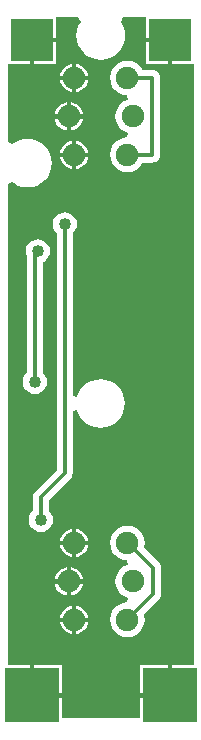
<source format=gbl>
%FSDAX24Y24*%
%MOIN*%
%SFA1B1*%

%IPPOS*%
%ADD10C,0.040000*%
%ADD14C,0.012000*%
%ADD15R,0.140000X0.140000*%
%ADD16R,0.180000X0.180000*%
%ADD17C,0.075000*%
%LNpokey-switch-board-1*%
%LPD*%
G36*
X015000Y033125D02*
X015800D01*
Y033050*
X015875*
Y032250*
X016600*
Y012200*
X015875*
Y011200*
X015800*
Y011125*
X014800*
Y010450*
X012200*
Y011125*
X011200*
Y011200*
X011125*
Y012200*
X010400*
Y028244*
X010550Y028314*
X010609Y028266*
X010750Y028191*
X010902Y028145*
X011060Y028129*
X011218Y028145*
X011370Y028191*
X011511Y028266*
X011633Y028367*
X011734Y028489*
X011809Y028630*
X011855Y028782*
X011871Y028940*
X011855Y029098*
X011809Y029250*
X011734Y029391*
X011633Y029513*
X011511Y029614*
X011370Y029689*
X011218Y029735*
X011060Y029751*
X010902Y029735*
X010750Y029689*
X010609Y029614*
X010550Y029566*
X010400Y029636*
Y032250*
X011125*
Y033050*
X011200*
Y033125*
X012000*
Y033800*
X012754*
X012826Y033651*
X012751Y033510*
X012705Y033358*
X012689Y033200*
X012705Y033042*
X012751Y032890*
X012826Y032749*
X012927Y032627*
X013049Y032526*
X013190Y032451*
X013342Y032405*
X013500Y032389*
X013658Y032405*
X013810Y032451*
X013951Y032526*
X014073Y032627*
X014174Y032749*
X014249Y032890*
X014295Y033042*
X014311Y033200*
X014295Y033358*
X014249Y033510*
X014174Y033651*
X014246Y033800*
X015000*
Y033125*
G37*
%LNpokey-switch-board-2*%
%LPC*%
G36*
X012512Y015469D02*
Y015075D01*
X012906*
X012900Y015124*
X012852Y015239*
X012776Y015338*
X012676Y015414*
X012561Y015462*
X012512Y015469*
G37*
G36*
X012539Y016205D02*
X012145D01*
X012151Y016156*
X012199Y016040*
X012275Y015941*
X012374Y015865*
X012490Y015817*
X012539Y015811*
Y016205*
G37*
G36*
X012906Y014925D02*
X012512D01*
Y014530*
X012561Y014537*
X012676Y014585*
X012776Y014661*
X012852Y014760*
X012900Y014876*
X012906Y014925*
G37*
G36*
X012362Y015469D02*
X012313Y015462D01*
X012197Y015414*
X012098Y015338*
X012022Y015239*
X011974Y015124*
X011968Y015075*
X012362*
Y015469*
G37*
G36*
X012689Y016749D02*
Y016355D01*
X013083*
X013077Y016404*
X013029Y016520*
X012953Y016619*
X012854Y016695*
X012738Y016743*
X012689Y016749*
G37*
G36*
X012300Y027303D02*
X012196Y027290D01*
X012098Y027249*
X012015Y027185*
X011951Y027102*
X011910Y027004*
X011897Y026900*
X011910Y026796*
X011951Y026698*
X012015Y026615*
X012038Y026597*
Y018709*
X011315Y017985*
X011273Y017931*
X011247Y017868*
X011238Y017800*
Y017353*
X011215Y017335*
X011151Y017252*
X011110Y017154*
X011097Y017050*
X011110Y016946*
X011151Y016848*
X011215Y016765*
X011298Y016701*
X011396Y016660*
X011500Y016647*
X011604Y016660*
X011702Y016701*
X011785Y016765*
X011849Y016848*
X011890Y016946*
X011903Y017050*
X011890Y017154*
X011849Y017252*
X011785Y017335*
X011762Y017353*
Y017691*
X012485Y018415*
X012527Y018469*
X012553Y018532*
X012562Y018600*
Y020691*
X012712Y020714*
X012741Y020620*
X012816Y020479*
X012917Y020357*
X013039Y020256*
X013180Y020181*
X013332Y020135*
X013490Y020119*
X013648Y020135*
X013800Y020181*
X013941Y020256*
X014063Y020357*
X014164Y020479*
X014239Y020620*
X014285Y020772*
X014301Y020930*
X014285Y021088*
X014239Y021240*
X014164Y021381*
X014063Y021503*
X013941Y021604*
X013800Y021679*
X013648Y021725*
X013490Y021741*
X013332Y021725*
X013180Y021679*
X013039Y021604*
X012917Y021503*
X012816Y021381*
X012741Y021240*
X012712Y021146*
X012562Y021169*
Y026597*
X012585Y026615*
X012649Y026698*
X012690Y026796*
X012703Y026900*
X012690Y027004*
X012649Y027102*
X012585Y027185*
X012502Y027249*
X012404Y027290*
X012300Y027303*
G37*
G36*
X013083Y016205D02*
X012689D01*
Y015811*
X012738Y015817*
X012854Y015865*
X012953Y015941*
X013029Y016040*
X013077Y016156*
X013083Y016205*
G37*
G36*
X012539Y016749D02*
X012490Y016743D01*
X012374Y016695*
X012275Y016619*
X012199Y016520*
X012151Y016404*
X012145Y016355*
X012539*
Y016749*
G37*
G36*
X014384Y016860D02*
X014234Y016840D01*
X014094Y016782*
X013974Y016690*
X013882Y016570*
X013824Y016430*
X013804Y016280*
X013824Y016130*
X013882Y015990*
X013974Y015870*
X014094Y015778*
X014234Y015720*
X014384Y015700*
X014413Y015560*
X014273Y015502*
X014153Y015410*
X014061Y015290*
X014003Y015150*
X013983Y015000*
X014003Y014849*
X014061Y014710*
X014153Y014589*
X014273Y014497*
X014413Y014439*
X014384Y014300*
X014234Y014280*
X014094Y014222*
X013974Y014130*
X013882Y014010*
X013824Y013870*
X013804Y013720*
X013824Y013570*
X013882Y013430*
X013974Y013310*
X014094Y013218*
X014234Y013160*
X014384Y013140*
X014534Y013160*
X014674Y013218*
X014794Y013310*
X014886Y013430*
X014944Y013570*
X014964Y013720*
X014944Y013870*
X014933Y013898*
X015435Y014401*
X015477Y014455*
X015503Y014518*
X015512Y014586*
Y015450*
X015503Y015518*
X015477Y015581*
X015435Y015635*
X014943Y016128*
X014944Y016130*
X014964Y016280*
X014944Y016430*
X014886Y016570*
X014794Y016690*
X014674Y016782*
X014534Y016840*
X014384Y016860*
G37*
G36*
X012539Y013645D02*
X012145D01*
X012151Y013596*
X012199Y013480*
X012275Y013381*
X012374Y013305*
X012490Y013257*
X012539Y013251*
Y013645*
G37*
G36*
X012200Y012200D02*
X011275D01*
Y011275*
X012200*
Y012200*
G37*
G36*
X015725D02*
X014800D01*
Y011275*
X015725*
Y012200*
G37*
G36*
X012689Y014189D02*
Y013795D01*
X013083*
X013077Y013844*
X013029Y013960*
X012953Y014059*
X012854Y014135*
X012738Y014183*
X012689Y014189*
G37*
G36*
X012362Y014925D02*
X011968D01*
X011974Y014876*
X012022Y014760*
X012098Y014661*
X012197Y014585*
X012313Y014537*
X012362Y014530*
Y014925*
G37*
G36*
X013083Y013645D02*
X012689D01*
Y013251*
X012738Y013257*
X012854Y013305*
X012953Y013381*
X013029Y013480*
X013077Y013596*
X013083Y013645*
G37*
G36*
X012539Y014189D02*
X012490Y014183D01*
X012374Y014135*
X012275Y014059*
X012199Y013960*
X012151Y013844*
X012145Y013795*
X012539*
Y014189*
G37*
G36*
Y031705D02*
X012145D01*
X012151Y031656*
X012199Y031540*
X012275Y031441*
X012374Y031365*
X012490Y031317*
X012539Y031311*
Y031705*
G37*
G36*
X013083D02*
X012689D01*
Y031311*
X012738Y031317*
X012854Y031365*
X012953Y031441*
X013029Y031540*
X013077Y031656*
X013083Y031705*
G37*
G36*
X012362Y030969D02*
X012313Y030962D01*
X012197Y030914*
X012098Y030838*
X012022Y030739*
X011974Y030624*
X011968Y030575*
X012362*
Y030969*
G37*
G36*
X012512D02*
Y030575D01*
X012906*
X012900Y030624*
X012852Y030739*
X012776Y030838*
X012676Y030914*
X012561Y030962*
X012512Y030969*
G37*
G36*
X012000Y032975D02*
X011275D01*
Y032250*
X012000*
Y032975*
G37*
G36*
X015725D02*
X015000D01*
Y032250*
X015725*
Y032975*
G37*
G36*
X012539Y032249D02*
X012490Y032243D01*
X012374Y032195*
X012275Y032119*
X012199Y032020*
X012151Y031904*
X012145Y031855*
X012539*
Y032249*
G37*
G36*
X012689D02*
Y031855D01*
X013083*
X013077Y031904*
X013029Y032020*
X012953Y032119*
X012854Y032195*
X012738Y032243*
X012689Y032249*
G37*
G36*
X012539Y029145D02*
X012145D01*
X012151Y029096*
X012199Y028980*
X012275Y028881*
X012374Y028805*
X012490Y028757*
X012539Y028751*
Y029145*
G37*
G36*
X013083D02*
X012689D01*
Y028751*
X012738Y028757*
X012854Y028805*
X012953Y028881*
X013029Y028980*
X013077Y029096*
X013083Y029145*
G37*
G36*
X011400Y026403D02*
X011296Y026390D01*
X011198Y026349*
X011115Y026285*
X011051Y026202*
X011010Y026104*
X010997Y026000*
X011010Y025896*
X011038Y025829*
Y021953*
X011015Y021935*
X010951Y021852*
X010910Y021754*
X010897Y021650*
X010910Y021546*
X010951Y021448*
X011015Y021365*
X011098Y021301*
X011196Y021260*
X011300Y021247*
X011404Y021260*
X011502Y021301*
X011585Y021365*
X011649Y021448*
X011690Y021546*
X011703Y021650*
X011690Y021754*
X011649Y021852*
X011585Y021935*
X011562Y021953*
Y025634*
X011602Y025651*
X011685Y025715*
X011749Y025798*
X011790Y025896*
X011803Y026000*
X011790Y026104*
X011749Y026202*
X011685Y026285*
X011602Y026349*
X011504Y026390*
X011400Y026403*
G37*
G36*
X014384Y032360D02*
X014234Y032340D01*
X014094Y032282*
X013974Y032190*
X013882Y032070*
X013824Y031930*
X013804Y031780*
X013824Y031630*
X013882Y031490*
X013974Y031370*
X014094Y031278*
X014234Y031220*
X014384Y031200*
X014413Y031060*
X014273Y031002*
X014153Y030910*
X014061Y030790*
X014003Y030650*
X013983Y030500*
X014003Y030349*
X014061Y030210*
X014153Y030089*
X014273Y029997*
X014413Y029939*
X014384Y029800*
X014234Y029780*
X014094Y029722*
X013974Y029630*
X013882Y029510*
X013824Y029370*
X013804Y029220*
X013824Y029070*
X013882Y028930*
X013974Y028810*
X014094Y028718*
X014234Y028660*
X014384Y028640*
X014534Y028660*
X014674Y028718*
X014794Y028810*
X014886Y028930*
X014898Y028958*
X015220*
X015288Y028967*
X015351Y028993*
X015405Y029035*
X015447Y029089*
X015473Y029152*
X015482Y029220*
Y031780*
X015473Y031848*
X015447Y031911*
X015405Y031965*
X015351Y032007*
X015288Y032033*
X015220Y032042*
X014898*
X014886Y032070*
X014794Y032190*
X014674Y032282*
X014534Y032340*
X014384Y032360*
G37*
G36*
X012362Y030425D02*
X011968D01*
X011974Y030376*
X012022Y030260*
X012098Y030161*
X012197Y030085*
X012313Y030037*
X012362Y030030*
Y030425*
G37*
G36*
X012906D02*
X012512D01*
Y030030*
X012561Y030037*
X012676Y030085*
X012776Y030161*
X012852Y030260*
X012900Y030376*
X012906Y030425*
G37*
G36*
X012539Y029689D02*
X012490Y029683D01*
X012374Y029635*
X012275Y029559*
X012199Y029460*
X012151Y029344*
X012145Y029295*
X012539*
Y029689*
G37*
G36*
X012689D02*
Y029295D01*
X013083*
X013077Y029344*
X013029Y029460*
X012953Y029559*
X012854Y029635*
X012738Y029683*
X012689Y029689*
G37*
%LNpokey-switch-board-3*%
%LPD*%
G54D10*
X012300Y026900D03*
X011400Y026000D03*
X011300Y021650D03*
X011500Y017050D03*
G54D14*
X012300Y018600D02*
Y026900D01*
X011300Y025900D02*
X011400Y026000D01*
X011300Y021650D02*
Y025900D01*
X015220Y029220D02*
Y031780D01*
X014384Y029220D02*
X015220D01*
X014384Y031780D02*
X015220D01*
X014420Y016280D02*
X015250Y015450D01*
X014384Y016280D02*
X014420D01*
X014384Y013720D02*
X015250Y014586D01*
Y015450*
X011500Y017050D02*
Y017800D01*
X012300Y018600*
G54D15*
X011200Y033050D03*
X015800D03*
G54D16*
X015800Y011200D03*
X011200D03*
G54D17*
X012437Y030500D03*
X014563D03*
X014384Y029220D03*
Y031780D03*
X012614D03*
Y029220D03*
X012437Y015000D03*
X014563D03*
X014384Y013720D03*
Y016280D03*
X012614D03*
Y013720D03*
M02*
</source>
